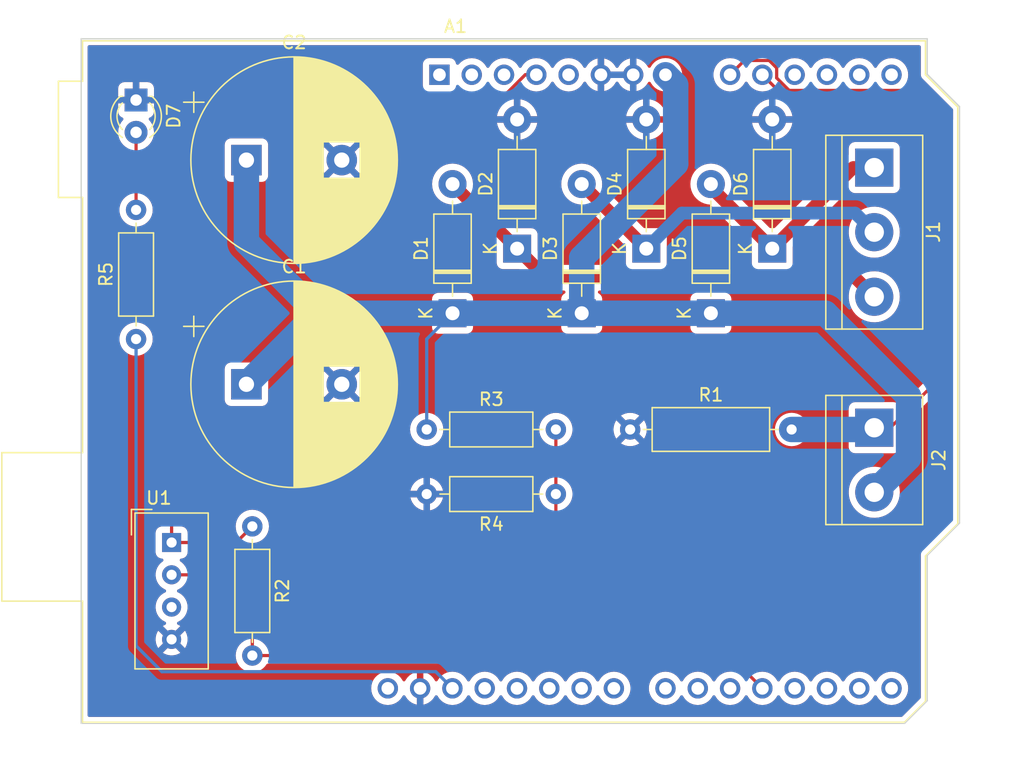
<source format=kicad_pcb>
(kicad_pcb (version 20210228) (generator pcbnew)
  (layers (0 "F.Cu" signal) (31 "B.Cu" signal) (34 "B.Paste" user) (35 "F.Paste" user) (36 "B.SilkS" user "B.Silkscreen") (37 "F.SilkS" user "F.Silkscreen") (38 "B.Mask" user) (39 "F.Mask" user) (44 "Edge.Cuts" user))
  (net 0 "")
  (net 9 "LOAD-GND")
  (net 11 "V-SENSE")
  (net 13 "V-GEN")
  (net 15 "GND")
  (net 20 "+3V3")
  (net 21 "DHT11")
  (net 28 "Net-(D1-Pad2)")
  (net 29 "Net-(D3-Pad2)")
  (net 30 "Net-(D5-Pad2)")
  (net 32 "LED")
  (net 33 "Net-(D7-Pad2)")
  (footprint "Module:Arduino_UNO_R2" (layer "F.Cu") (at 124.7 61)
    (fp_text reference "A1" (at 1.27 -3.81 180) (layer "F.SilkS"))
    (fp_text value "Arduino_UNO_R2")
    (pad "1" thru_hole rect (at 0 0 90) (size 1.6 1.6) (drill 1) (layers *.Cu *.Mask))
    (pad "2" thru_hole oval (at 2.54 0 90) (size 1.6 1.6) (drill 1) (layers *.Cu *.Mask))
    (pad "3" thru_hole oval (at 5.08 0 90) (size 1.6 1.6) (drill 1) (layers *.Cu *.Mask))
    (pad "4" thru_hole oval (at 7.62 0 90) (size 1.6 1.6) (drill 1) (layers *.Cu *.Mask) (net 20 "+3V3"))
    (pad "5" thru_hole oval (at 10.16 0 90) (size 1.6 1.6) (drill 1) (layers *.Cu *.Mask))
    (pad "6" thru_hole oval (at 12.7 0 90) (size 1.6 1.6) (drill 1) (layers *.Cu *.Mask) (net 15 "GND"))
    (pad "7" thru_hole oval (at 15.24 0 90) (size 1.6 1.6) (drill 1) (layers *.Cu *.Mask) (net 15 "GND"))
    (pad "8" thru_hole oval (at 17.78 0 90) (size 1.6 1.6) (drill 1) (layers *.Cu *.Mask) (net 13 "V-GEN"))
    (pad "9" thru_hole oval (at 22.86 0 90) (size 1.6 1.6) (drill 1) (layers *.Cu *.Mask) (net 11 "V-SENSE"))
    (pad "10" thru_hole oval (at 25.4 0 90) (size 1.6 1.6) (drill 1) (layers *.Cu *.Mask) (net 9 "LOAD-GND"))
    (pad "11" thru_hole oval (at 27.94 0 90) (size 1.6 1.6) (drill 1) (layers *.Cu *.Mask))
    (pad "12" thru_hole oval (at 30.48 0 90) (size 1.6 1.6) (drill 1) (layers *.Cu *.Mask))
    (pad "13" thru_hole oval (at 33.02 0 90) (size 1.6 1.6) (drill 1) (layers *.Cu *.Mask))
    (pad "14" thru_hole oval (at 35.56 0 90) (size 1.6 1.6) (drill 1) (layers *.Cu *.Mask))
    (pad "15" thru_hole oval (at 35.56 48.26 90) (size 1.6 1.6) (drill 1) (layers *.Cu *.Mask))
    (pad "16" thru_hole oval (at 33.02 48.26 90) (size 1.6 1.6) (drill 1) (layers *.Cu *.Mask))
    (pad "17" thru_hole oval (at 30.48 48.26 90) (size 1.6 1.6) (drill 1) (layers *.Cu *.Mask))
    (pad "18" thru_hole oval (at 27.94 48.26 90) (size 1.6 1.6) (drill 1) (layers *.Cu *.Mask))
    (pad "19" thru_hole oval (at 25.4 48.26 90) (size 1.6 1.6) (drill 1) (layers *.Cu *.Mask) (net 21 "DHT11"))
    (pad "20" thru_hole oval (at 22.86 48.26 90) (size 1.6 1.6) (drill 1) (layers *.Cu *.Mask))
    (pad "21" thru_hole oval (at 20.32 48.26 90) (size 1.6 1.6) (drill 1) (layers *.Cu *.Mask))
    (pad "22" thru_hole oval (at 17.78 48.26 90) (size 1.6 1.6) (drill 1) (layers *.Cu *.Mask))
    (pad "23" thru_hole oval (at 13.72 48.26 90) (size 1.6 1.6) (drill 1) (layers *.Cu *.Mask))
    (pad "24" thru_hole oval (at 11.18 48.26 90) (size 1.6 1.6) (drill 1) (layers *.Cu *.Mask))
    (pad "25" thru_hole oval (at 8.64 48.26 90) (size 1.6 1.6) (drill 1) (layers *.Cu *.Mask))
    (pad "26" thru_hole oval (at 6.1 48.26 90) (size 1.6 1.6) (drill 1) (layers *.Cu *.Mask))
    (pad "27" thru_hole oval (at 3.56 48.26 90) (size 1.6 1.6) (drill 1) (layers *.Cu *.Mask))
    (pad "28" thru_hole oval (at 1.02 48.26 90) (size 1.6 1.6) (drill 1) (layers *.Cu *.Mask) (net 32 "LED"))
    (pad "29" thru_hole oval (at -1.52 48.26 90) (size 1.6 1.6) (drill 1) (layers *.Cu *.Mask) (net 15 "GND"))
    (pad "30" thru_hole oval (at -4.06 48.26 90) (size 1.6 1.6) (drill 1) (layers *.Cu *.Mask))
  )
  (footprint "Resistor_THT:R_Axial_DIN0309_L9.0mm_D3.2mm_P12.70mm_Horizontal" (layer "F.Cu") (at 139.7 88.9)
    (fp_text reference "R1" (at 6.35 -2.72) (layer "F.SilkS"))
    (fp_text value "0.5R")
    (pad "1" thru_hole circle (at 0 0) (size 1.6 1.6) (drill 0.8) (layers *.Cu *.Mask) (net 15 "GND"))
    (pad "2" thru_hole oval (at 12.7 0) (size 1.6 1.6) (drill 0.8) (layers *.Cu *.Mask) (net 9 "LOAD-GND"))
  )
  (footprint "Resistor_THT:R_Axial_DIN0207_L6.3mm_D2.5mm_P10.16mm_Horizontal" (layer "F.Cu") (at 109.982 96.52 -90)
    (fp_text reference "R2" (at 5.08 -2.37 90) (layer "F.SilkS"))
    (fp_text value "10K")
    (pad "1" thru_hole circle (at 0 0 270) (size 1.6 1.6) (drill 0.8) (layers *.Cu *.Mask) (net 20 "+3V3"))
    (pad "2" thru_hole oval (at 10.16 0 270) (size 1.6 1.6) (drill 0.8) (layers *.Cu *.Mask) (net 21 "DHT11"))
  )
  (footprint "Diode_THT:D_DO-41_SOD81_P10.16mm_Horizontal" (layer "F.Cu") (at 130.81 74.676 90)
    (fp_text reference "D2" (at 5.08 -2.47 90) (layer "F.SilkS"))
    (fp_text value "1N4007")
    (fp_text user "K" (at 0 -2.1 90) (layer "F.SilkS"))
    (pad "1" thru_hole rect (at 0 0 90) (size 2.2 2.2) (drill 1.1) (layers *.Cu *.Mask) (net 28 "Net-(D1-Pad2)"))
    (pad "2" thru_hole oval (at 10.16 0 90) (size 2.2 2.2) (drill 1.1) (layers *.Cu *.Mask) (net 15 "GND"))
  )
  (footprint "LED_THT:LED_D3.0mm" (layer "F.Cu") (at 100.838 62.987 -90)
    (fp_text reference "D7" (at 1.27 -2.96 90) (layer "F.SilkS"))
    (fp_text value "LED")
    (pad "1" thru_hole rect (at 0 0 270) (size 1.8 1.8) (drill 0.9) (layers *.Cu *.Mask) (net 15 "GND"))
    (pad "2" thru_hole circle (at 2.54 0 270) (size 1.8 1.8) (drill 0.9) (layers *.Cu *.Mask) (net 33 "Net-(D7-Pad2)"))
  )
  (footprint "TerminalBlock:TerminalBlock_bornier-2_P5.08mm" (layer "F.Cu") (at 158.9 88.76 -90)
    (fp_text reference "J2" (at 2.54 -5.08 90) (layer "F.SilkS"))
    (fp_text value "Screw_Terminal_01x02")
    (pad "1" thru_hole rect (at 0 0 270) (size 3 3) (drill 1.52) (layers *.Cu *.Mask) (net 9 "LOAD-GND"))
    (pad "2" thru_hole circle (at 5.08 0 270) (size 3 3) (drill 1.52) (layers *.Cu *.Mask) (net 13 "V-GEN"))
  )
  (footprint "Resistor_THT:R_Axial_DIN0207_L6.3mm_D2.5mm_P10.16mm_Horizontal" (layer "F.Cu") (at 133.858 93.98 180)
    (fp_text reference "R4" (at 5.08 -2.37) (layer "F.SilkS"))
    (fp_text value "8.2K")
    (pad "1" thru_hole circle (at 0 0 180) (size 1.6 1.6) (drill 0.8) (layers *.Cu *.Mask) (net 11 "V-SENSE"))
    (pad "2" thru_hole oval (at 10.16 0 180) (size 1.6 1.6) (drill 0.8) (layers *.Cu *.Mask) (net 15 "GND"))
  )
  (footprint "Diode_THT:D_DO-41_SOD81_P10.16mm_Horizontal" (layer "F.Cu") (at 125.73 79.756 90)
    (fp_text reference "D1" (at 5.08 -2.47 90) (layer "F.SilkS"))
    (fp_text value "1N4007")
    (fp_text user "K" (at 0 -2.1 90) (layer "F.SilkS"))
    (pad "1" thru_hole rect (at 0 0 90) (size 2.2 2.2) (drill 1.1) (layers *.Cu *.Mask) (net 13 "V-GEN"))
    (pad "2" thru_hole oval (at 10.16 0 90) (size 2.2 2.2) (drill 1.1) (layers *.Cu *.Mask) (net 28 "Net-(D1-Pad2)"))
  )
  (footprint "Diode_THT:D_DO-41_SOD81_P10.16mm_Horizontal" (layer "F.Cu") (at 135.89 79.756 90)
    (fp_text reference "D3" (at 5.08 -2.47 90) (layer "F.SilkS"))
    (fp_text value "1N4007")
    (fp_text user "K" (at 0 -2.1 90) (layer "F.SilkS"))
    (pad "1" thru_hole rect (at 0 0 90) (size 2.2 2.2) (drill 1.1) (layers *.Cu *.Mask) (net 13 "V-GEN"))
    (pad "2" thru_hole oval (at 10.16 0 90) (size 2.2 2.2) (drill 1.1) (layers *.Cu *.Mask) (net 29 "Net-(D3-Pad2)"))
  )
  (footprint "Capacitor_THT:CP_Radial_D16.0mm_P7.50mm" (layer "F.Cu") (at 109.517246 67.712)
    (fp_text reference "C2" (at 3.75 -9.25) (layer "F.SilkS"))
    (fp_text value "2200uF")
    (pad "1" thru_hole rect (at 0 0) (size 2.4 2.4) (drill 1.2) (layers *.Cu *.Mask) (net 13 "V-GEN"))
    (pad "2" thru_hole circle (at 7.5 0) (size 2.4 2.4) (drill 1.2) (layers *.Cu *.Mask) (net 15 "GND"))
  )
  (footprint "Capacitor_THT:CP_Radial_D16.0mm_P7.50mm" (layer "F.Cu") (at 109.517246 85.344)
    (fp_text reference "C1" (at 3.75 -9.25) (layer "F.SilkS"))
    (fp_text value "2200uF")
    (pad "1" thru_hole rect (at 0 0) (size 2.4 2.4) (drill 1.2) (layers *.Cu *.Mask) (net 13 "V-GEN"))
    (pad "2" thru_hole circle (at 7.5 0) (size 2.4 2.4) (drill 1.2) (layers *.Cu *.Mask) (net 15 "GND"))
  )
  (footprint "Diode_THT:D_DO-41_SOD81_P10.16mm_Horizontal" (layer "F.Cu") (at 140.97 74.676 90)
    (fp_text reference "D4" (at 5.08 -2.47 90) (layer "F.SilkS"))
    (fp_text value "1N4007")
    (fp_text user "K" (at 0 -2.1 90) (layer "F.SilkS"))
    (pad "1" thru_hole rect (at 0 0 90) (size 2.2 2.2) (drill 1.1) (layers *.Cu *.Mask) (net 29 "Net-(D3-Pad2)"))
    (pad "2" thru_hole oval (at 10.16 0 90) (size 2.2 2.2) (drill 1.1) (layers *.Cu *.Mask) (net 15 "GND"))
  )
  (footprint "Resistor_THT:R_Axial_DIN0207_L6.3mm_D2.5mm_P10.16mm_Horizontal" (layer "F.Cu") (at 123.698 88.9)
    (fp_text reference "R3" (at 5.08 -2.37) (layer "F.SilkS"))
    (fp_text value "100K")
    (pad "1" thru_hole circle (at 0 0) (size 1.6 1.6) (drill 0.8) (layers *.Cu *.Mask) (net 13 "V-GEN"))
    (pad "2" thru_hole oval (at 10.16 0) (size 1.6 1.6) (drill 0.8) (layers *.Cu *.Mask) (net 11 "V-SENSE"))
  )
  (footprint "Diode_THT:D_DO-41_SOD81_P10.16mm_Horizontal" (layer "F.Cu") (at 146.05 79.756 90)
    (fp_text reference "D5" (at 5.08 -2.47 90) (layer "F.SilkS"))
    (fp_text value "1N4007")
    (fp_text user "K" (at 0 -2.1 90) (layer "F.SilkS"))
    (pad "1" thru_hole rect (at 0 0 90) (size 2.2 2.2) (drill 1.1) (layers *.Cu *.Mask) (net 13 "V-GEN"))
    (pad "2" thru_hole oval (at 10.16 0 90) (size 2.2 2.2) (drill 1.1) (layers *.Cu *.Mask) (net 30 "Net-(D5-Pad2)"))
  )
  (footprint "Sensor:Aosong_DHT11_5.5x12.0_P2.54mm" (layer "F.Cu") (at 103.632 97.79)
    (fp_text reference "U1" (at -1 -3.5) (layer "F.SilkS"))
    (fp_text value "DHT11")
    (pad "1" thru_hole rect (at 0 0) (size 1.5 1.5) (drill 0.8) (layers *.Cu *.Mask) (net 20 "+3V3"))
    (pad "2" thru_hole circle (at 0 2.54) (size 1.5 1.5) (drill 0.8) (layers *.Cu *.Mask) (net 21 "DHT11"))
    (pad "3" thru_hole circle (at 0 5.08) (size 1.5 1.5) (drill 0.8) (layers *.Cu *.Mask))
    (pad "4" thru_hole circle (at 0 7.62) (size 1.5 1.5) (drill 0.8) (layers *.Cu *.Mask) (net 15 "GND"))
  )
  (footprint "Diode_THT:D_DO-41_SOD81_P10.16mm_Horizontal" (layer "F.Cu") (at 150.876 74.676 90)
    (fp_text reference "D6" (at 5.08 -2.47 90) (layer "F.SilkS"))
    (fp_text value "1N4007")
    (fp_text user "K" (at 0 -2.1 90) (layer "F.SilkS"))
    (pad "1" thru_hole rect (at 0 0 90) (size 2.2 2.2) (drill 1.1) (layers *.Cu *.Mask) (net 30 "Net-(D5-Pad2)"))
    (pad "2" thru_hole oval (at 10.16 0 90) (size 2.2 2.2) (drill 1.1) (layers *.Cu *.Mask) (net 15 "GND"))
  )
  (footprint "Resistor_THT:R_Axial_DIN0207_L6.3mm_D2.5mm_P10.16mm_Horizontal" (layer "F.Cu") (at 100.838 81.788 90)
    (fp_text reference "R5" (at 5.08 -2.37 90) (layer "F.SilkS"))
    (fp_text value "330R")
    (pad "1" thru_hole circle (at 0 0 90) (size 1.6 1.6) (drill 0.8) (layers *.Cu *.Mask) (net 32 "LED"))
    (pad "2" thru_hole oval (at 10.16 0 90) (size 1.6 1.6) (drill 0.8) (layers *.Cu *.Mask) (net 33 "Net-(D7-Pad2)"))
  )
  (footprint "TerminalBlock:TerminalBlock_bornier-3_P5.08mm" (layer "F.Cu") (at 158.9 68.3 -90)
    (fp_text reference "J1" (at 5.05 -4.65 90) (layer "F.SilkS"))
    (fp_text value "Screw_Terminal_01x03")
    (pad "1" thru_hole rect (at 0 0 270) (size 3 3) (drill 1.52) (layers *.Cu *.Mask) (net 30 "Net-(D5-Pad2)"))
    (pad "2" thru_hole circle (at 5.08 0 270) (size 3 3) (drill 1.52) (layers *.Cu *.Mask) (net 29 "Net-(D3-Pad2)"))
    (pad "3" thru_hole circle (at 10.16 0 270) (size 3 3) (drill 1.52) (layers *.Cu *.Mask) (net 28 "Net-(D1-Pad2)"))
  )
  (gr_line (start 161.29 112.014) (end 96.52 112.014) (layer "Edge.Cuts") (width 0.1))
  (gr_line (start 163.068 60.96) (end 165.608 63.5) (layer "Edge.Cuts") (width 0.1))
  (gr_line (start 96.52 58.166) (end 163.068 58.166) (layer "Edge.Cuts") (width 0.1))
  (gr_line (start 163.068 110.236) (end 161.29 112.014) (layer "Edge.Cuts") (width 0.1))
  (gr_line (start 165.608 96.266) (end 163.068 98.806) (layer "Edge.Cuts") (width 0.1))
  (gr_line (start 163.068 98.806) (end 163.068 110.236) (layer "Edge.Cuts") (width 0.1))
  (gr_line (start 163.068 58.166) (end 163.068 60.96) (layer "Edge.Cuts") (width 0.1))
  (gr_line (start 165.608 63.5) (end 165.608 96.266) (layer "Edge.Cuts") (width 0.1))
  (gr_line (start 96.52 112.014) (end 96.52 58.166) (layer "Edge.Cuts") (width 0.1))
  (segment (start 163.83 85.09) (end 160.16 88.76) (width 0.25) (layer "F.Cu") (net 9))
  (segment (start 163.83 65.024) (end 163.83 85.09) (width 0.25) (layer "F.Cu") (net 9))
  (segment (start 151.838 62.738) (end 161.544 62.738) (width 0.25) (layer "F.Cu") (net 9))
  (segment (start 160.16 88.76) (end 158.9 88.76) (width 0.25) (layer "F.Cu") (net 9))
  (segment (start 161.544 62.738) (end 163.83 65.024) (width 0.25) (layer "F.Cu") (net 9))
  (segment (start 150.1 61) (end 151.838 62.738) (width 0.25) (layer "F.Cu") (net 9))
  (segment (start 158.76 88.9) (end 158.9 88.76) (width 2) (layer "B.Cu") (net 9))
  (segment (start 152.4 88.9) (end 158.76 88.9) (width 2) (layer "B.Cu") (net 9))
  (segment (start 148.684511 59.875489) (end 150.639766 59.875489) (width 0.25) (layer "F.Cu") (net 11))
  (segment (start 164.338 84.836) (end 164.338 95.758) (width 0.25) (layer "F.Cu") (net 11))
  (segment (start 133.858 95.504) (end 133.858 93.98) (width 0.25) (layer "F.Cu") (net 11))
  (segment (start 164.338 95.758) (end 161.036 99.06) (width 0.25) (layer "F.Cu") (net 11))
  (segment (start 161.036 99.06) (end 137.414 99.06) (width 0.25) (layer "F.Cu") (net 11))
  (segment (start 164.27952 64.837803) (end 164.27952 84.77752) (width 0.25) (layer "F.Cu") (net 11))
  (segment (start 137.414 99.06) (end 133.858 95.504) (width 0.25) (layer "F.Cu") (net 11))
  (segment (start 151.224511 60.460234) (end 151.224511 61.248788) (width 0.25) (layer "F.Cu") (net 11))
  (segment (start 152.205723 62.23) (end 161.671718 62.23) (width 0.25) (layer "F.Cu") (net 11))
  (segment (start 151.224511 61.248788) (end 152.205723 62.23) (width 0.25) (layer "F.Cu") (net 11))
  (segment (start 150.639766 59.875489) (end 151.224511 60.460234) (width 0.25) (layer "F.Cu") (net 11))
  (segment (start 161.671718 62.23) (end 164.27952 64.837803) (width 0.25) (layer "F.Cu") (net 11))
  (segment (start 147.56 61) (end 148.684511 59.875489) (width 0.25) (layer "F.Cu") (net 11))
  (segment (start 164.27952 84.77752) (end 164.338 84.836) (width 0.25) (layer "F.Cu") (net 11))
  (segment (start 133.858 93.98) (end 133.858 88.9) (width 0.25) (layer "F.Cu") (net 11))
  (segment (start 109.517246 74.168) (end 115.105246 79.756) (width 2) (layer "B.Cu") (net 13))
  (segment (start 123.698 81.788) (end 125.73 79.756) (width 0.254) (layer "B.Cu") (net 13))
  (segment (start 161.599511 91.140489) (end 158.9 93.84) (width 2) (layer "B.Cu") (net 13))
  (segment (start 109.517246 85.344) (end 115.105246 79.756) (width 2) (layer "B.Cu") (net 13))
  (segment (start 155.05512 79.756) (end 161.599511 86.300391) (width 2) (layer "B.Cu") (net 13))
  (segment (start 143.279999 61.799999) (end 143.279999 68.006881) (width 2) (layer "B.Cu") (net 13))
  (segment (start 146.05 79.756) (end 155.05512 79.756) (width 2) (layer "B.Cu") (net 13))
  (segment (start 109.517246 67.712) (end 109.517246 74.168) (width 2) (layer "B.Cu") (net 13))
  (segment (start 143.279999 68.006881) (end 135.89 75.39688) (width 2) (layer "B.Cu") (net 13))
  (segment (start 161.599511 86.300391) (end 161.599511 91.140489) (width 2) (layer "B.Cu") (net 13))
  (segment (start 146.05 79.756) (end 135.89 79.756) (width 2) (layer "B.Cu") (net 13))
  (segment (start 123.698 88.9) (end 123.698 81.788) (width 0.254) (layer "B.Cu") (net 13))
  (segment (start 115.105246 79.756) (end 125.73 79.756) (width 2) (layer "B.Cu") (net 13))
  (segment (start 142.48 61) (end 143.279999 61.799999) (width 2) (layer "B.Cu") (net 13))
  (segment (start 135.89 75.39688) (end 135.89 79.756) (width 2) (layer "B.Cu") (net 13))
  (segment (start 135.89 79.756) (end 125.73 79.756) (width 2) (layer "B.Cu") (net 13))
  (segment (start 103.632 67.056) (end 103.632 97.79) (width 0.254) (layer "F.Cu") (net 20))
  (segment (start 107.95 62.738) (end 103.632 67.056) (width 0.254) (layer "F.Cu") (net 20))
  (segment (start 131.447237 61) (end 129.709237 62.738) (width 0.254) (layer "F.Cu") (net 20))
  (segment (start 129.709237 62.738) (end 107.95 62.738) (width 0.254) (layer "F.Cu") (net 20))
  (segment (start 103.632 97.79) (end 108.712 97.79) (width 0.254) (layer "F.Cu") (net 20))
  (segment (start 132.32 61) (end 131.447237 61) (width 0.254) (layer "F.Cu") (net 20))
  (segment (start 108.712 97.79) (end 109.982 96.52) (width 0.254) (layer "F.Cu") (net 20))
  (segment (start 107.188 100.33) (end 109.982 103.124) (width 0.25) (layer "F.Cu") (net 21))
  (segment (start 147.52 106.68) (end 109.982 106.68) (width 0.25) (layer "F.Cu") (net 21))
  (segment (start 103.632 100.33) (end 107.188 100.33) (width 0.25) (layer "F.Cu") (net 21))
  (segment (start 109.982 103.124) (end 109.982 106.68) (width 0.25) (layer "F.Cu") (net 21))
  (segment (start 150.1 109.26) (end 147.52 106.68) (width 0.25) (layer "F.Cu") (net 21))
  (segment (start 130.81 74.676) (end 125.73 69.596) (width 1) (layer "F.Cu") (net 28))
  (segment (start 157.4 76.96) (end 133.094 76.96) (width 1) (layer "F.Cu") (net 28))
  (segment (start 158.9 78.46) (end 157.4 76.96) (width 1) (layer "F.Cu") (net 28))
  (segment (start 133.094 76.96) (end 130.81 74.676) (width 1) (layer "F.Cu") (net 28))
  (segment (start 135.89 69.596) (end 140.97 74.676) (width 1) (layer "F.Cu") (net 29))
  (segment (start 157.4 71.88) (end 143.766 71.88) (width 1) (layer "B.Cu") (net 29))
  (segment (start 158.9 73.38) (end 157.4 71.88) (width 1) (layer "B.Cu") (net 29))
  (segment (start 143.766 71.88) (end 140.97 74.676) (width 1) (layer "B.Cu") (net 29))
  (segment (start 158.9 68.3) (end 157.252 68.3) (width 1) (layer "F.Cu") (net 30))
  (segment (start 146.05 69.596) (end 146.05 69.85) (width 1) (layer "F.Cu") (net 30))
  (segment (start 157.252 68.3) (end 150.876 74.676) (width 1) (layer "F.Cu") (net 30))
  (segment (start 146.05 69.85) (end 150.876 74.676) (width 1) (layer "F.Cu") (net 30))
  (segment (start 124.41 107.95) (end 125.72 109.26) (width 0.254) (layer "B.Cu") (net 32))
  (segment (start 100.838 81.788) (end 100.838 105.918) (width 0.254) (layer "B.Cu") (net 32))
  (segment (start 100.838 105.918) (end 102.87 107.95) (width 0.254) (layer "B.Cu") (net 32))
  (segment (start 102.87 107.95) (end 124.41 107.95) (width 0.254) (layer "B.Cu") (net 32))
  (segment (start 100.838 65.527) (end 100.838 71.628) (width 0.25) (layer "F.Cu") (net 33))
  (zone (net 15) (net_name "GND") (layers F&B.Cu) (connect_pads (clearance 0.508)) (min_thickness 0.254) (fill yes (thermal_gap 0.508) (thermal_bridge_width 0.508))
    (polygon (pts (xy 170.688 114.808) (xy 93.218 114.808) (xy 93.218 55.118) (xy 170.688 55.118)))
  )
)
</source>
